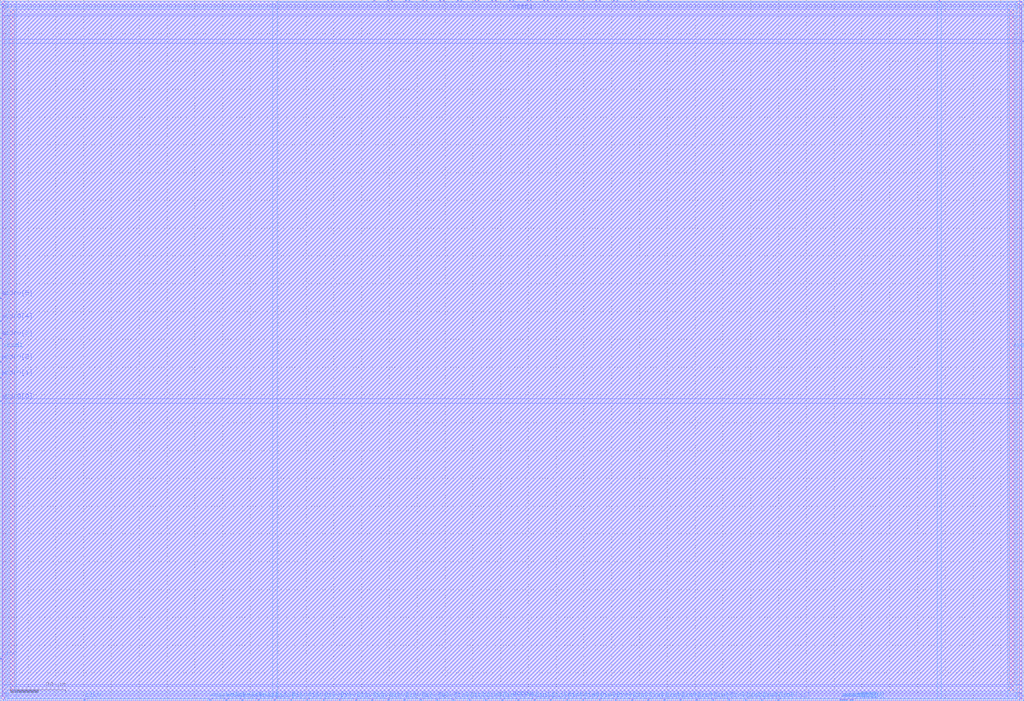
<source format=lef>
VERSION 5.4 ;
NAMESCASESENSITIVE ON ;
BUSBITCHARS "[]" ;
DIVIDERCHAR "/" ;

MACRO sky130_sram_1r1w0rw_32x64_8
   CLASS BLOCK ;
   SIZE 368.26 BY 252.18 ;
   SYMMETRY X Y R90 ;
   PIN din0[0]
      DIRECTION INPUT ;
      PORT
         LAYER met4 ;
         RECT  98.62 0.0 99.0 0.38 ;
      END
   END din0[0]
   PIN din0[1]
      DIRECTION INPUT ;
      PORT
         LAYER met4 ;
         RECT  104.46 0.0 104.84 0.38 ;
      END
   END din0[1]
   PIN din0[2]
      DIRECTION INPUT ;
      PORT
         LAYER met4 ;
         RECT  110.3 0.0 110.68 0.38 ;
      END
   END din0[2]
   PIN din0[3]
      DIRECTION INPUT ;
      PORT
         LAYER met4 ;
         RECT  116.14 0.0 116.52 0.38 ;
      END
   END din0[3]
   PIN din0[4]
      DIRECTION INPUT ;
      PORT
         LAYER met4 ;
         RECT  121.98 0.0 122.36 0.38 ;
      END
   END din0[4]
   PIN din0[5]
      DIRECTION INPUT ;
      PORT
         LAYER met4 ;
         RECT  127.82 0.0 128.2 0.38 ;
      END
   END din0[5]
   PIN din0[6]
      DIRECTION INPUT ;
      PORT
         LAYER met4 ;
         RECT  133.66 0.0 134.04 0.38 ;
      END
   END din0[6]
   PIN din0[7]
      DIRECTION INPUT ;
      PORT
         LAYER met4 ;
         RECT  139.5 0.0 139.88 0.38 ;
      END
   END din0[7]
   PIN din0[8]
      DIRECTION INPUT ;
      PORT
         LAYER met4 ;
         RECT  145.34 0.0 145.72 0.38 ;
      END
   END din0[8]
   PIN din0[9]
      DIRECTION INPUT ;
      PORT
         LAYER met4 ;
         RECT  151.18 0.0 151.56 0.38 ;
      END
   END din0[9]
   PIN din0[10]
      DIRECTION INPUT ;
      PORT
         LAYER met4 ;
         RECT  157.02 0.0 157.4 0.38 ;
      END
   END din0[10]
   PIN din0[11]
      DIRECTION INPUT ;
      PORT
         LAYER met4 ;
         RECT  162.86 0.0 163.24 0.38 ;
      END
   END din0[11]
   PIN din0[12]
      DIRECTION INPUT ;
      PORT
         LAYER met4 ;
         RECT  168.7 0.0 169.08 0.38 ;
      END
   END din0[12]
   PIN din0[13]
      DIRECTION INPUT ;
      PORT
         LAYER met4 ;
         RECT  174.54 0.0 174.92 0.38 ;
      END
   END din0[13]
   PIN din0[14]
      DIRECTION INPUT ;
      PORT
         LAYER met4 ;
         RECT  180.38 0.0 180.76 0.38 ;
      END
   END din0[14]
   PIN din0[15]
      DIRECTION INPUT ;
      PORT
         LAYER met4 ;
         RECT  186.22 0.0 186.6 0.38 ;
      END
   END din0[15]
   PIN din0[16]
      DIRECTION INPUT ;
      PORT
         LAYER met4 ;
         RECT  192.06 0.0 192.44 0.38 ;
      END
   END din0[16]
   PIN din0[17]
      DIRECTION INPUT ;
      PORT
         LAYER met4 ;
         RECT  197.9 0.0 198.28 0.38 ;
      END
   END din0[17]
   PIN din0[18]
      DIRECTION INPUT ;
      PORT
         LAYER met4 ;
         RECT  203.74 0.0 204.12 0.38 ;
      END
   END din0[18]
   PIN din0[19]
      DIRECTION INPUT ;
      PORT
         LAYER met4 ;
         RECT  209.58 0.0 209.96 0.38 ;
      END
   END din0[19]
   PIN din0[20]
      DIRECTION INPUT ;
      PORT
         LAYER met4 ;
         RECT  215.42 0.0 215.8 0.38 ;
      END
   END din0[20]
   PIN din0[21]
      DIRECTION INPUT ;
      PORT
         LAYER met4 ;
         RECT  221.26 0.0 221.64 0.38 ;
      END
   END din0[21]
   PIN din0[22]
      DIRECTION INPUT ;
      PORT
         LAYER met4 ;
         RECT  227.1 0.0 227.48 0.38 ;
      END
   END din0[22]
   PIN din0[23]
      DIRECTION INPUT ;
      PORT
         LAYER met4 ;
         RECT  232.94 0.0 233.32 0.38 ;
      END
   END din0[23]
   PIN din0[24]
      DIRECTION INPUT ;
      PORT
         LAYER met4 ;
         RECT  238.78 0.0 239.16 0.38 ;
      END
   END din0[24]
   PIN din0[25]
      DIRECTION INPUT ;
      PORT
         LAYER met4 ;
         RECT  244.62 0.0 245.0 0.38 ;
      END
   END din0[25]
   PIN din0[26]
      DIRECTION INPUT ;
      PORT
         LAYER met4 ;
         RECT  250.46 0.0 250.84 0.38 ;
      END
   END din0[26]
   PIN din0[27]
      DIRECTION INPUT ;
      PORT
         LAYER met4 ;
         RECT  256.3 0.0 256.68 0.38 ;
      END
   END din0[27]
   PIN din0[28]
      DIRECTION INPUT ;
      PORT
         LAYER met4 ;
         RECT  262.14 0.0 262.52 0.38 ;
      END
   END din0[28]
   PIN din0[29]
      DIRECTION INPUT ;
      PORT
         LAYER met4 ;
         RECT  267.98 0.0 268.36 0.38 ;
      END
   END din0[29]
   PIN din0[30]
      DIRECTION INPUT ;
      PORT
         LAYER met4 ;
         RECT  273.82 0.0 274.2 0.38 ;
      END
   END din0[30]
   PIN din0[31]
      DIRECTION INPUT ;
      PORT
         LAYER met4 ;
         RECT  279.66 0.0 280.04 0.38 ;
      END
   END din0[31]
   PIN addr0[0]
      DIRECTION INPUT ;
      PORT
         LAYER met3 ;
         RECT  0.0 107.58 0.38 107.96 ;
      END
   END addr0[0]
   PIN addr0[1]
      DIRECTION INPUT ;
      PORT
         LAYER met3 ;
         RECT  0.0 116.08 0.38 116.46 ;
      END
   END addr0[1]
   PIN addr0[2]
      DIRECTION INPUT ;
      PORT
         LAYER met3 ;
         RECT  0.0 121.72 0.38 122.1 ;
      END
   END addr0[2]
   PIN addr0[3]
      DIRECTION INPUT ;
      PORT
         LAYER met3 ;
         RECT  0.0 130.22 0.38 130.6 ;
      END
   END addr0[3]
   PIN addr0[4]
      DIRECTION INPUT ;
      PORT
         LAYER met3 ;
         RECT  0.0 136.275 0.38 136.655 ;
      END
   END addr0[4]
   PIN addr0[5]
      DIRECTION INPUT ;
      PORT
         LAYER met3 ;
         RECT  0.0 144.675 0.38 145.055 ;
      END
   END addr0[5]
   PIN addr1[0]
      DIRECTION INPUT ;
      PORT
         LAYER met4 ;
         RECT  306.53 0.0 306.91 0.38 ;
      END
   END addr1[0]
   PIN addr1[1]
      DIRECTION INPUT ;
      PORT
         LAYER met4 ;
         RECT  302.175 0.0 302.555 0.38 ;
      END
   END addr1[1]
   PIN addr1[2]
      DIRECTION INPUT ;
      PORT
         LAYER met4 ;
         RECT  305.84 0.0 306.22 0.38 ;
      END
   END addr1[2]
   PIN addr1[3]
      DIRECTION INPUT ;
      PORT
         LAYER met4 ;
         RECT  302.865 0.0 303.245 0.38 ;
      END
   END addr1[3]
   PIN addr1[4]
      DIRECTION INPUT ;
      PORT
         LAYER met4 ;
         RECT  303.555 0.0 303.935 0.38 ;
      END
   END addr1[4]
   PIN addr1[5]
      DIRECTION INPUT ;
      PORT
         LAYER met4 ;
         RECT  304.3 0.0 304.68 0.38 ;
      END
   END addr1[5]
   PIN csb0
      DIRECTION INPUT ;
      PORT
         LAYER met3 ;
         RECT  0.0 14.87 0.38 15.25 ;
      END
   END csb0
   PIN csb1
      DIRECTION INPUT ;
      PORT
         LAYER met3 ;
         RECT  367.88 237.075 368.26 237.455 ;
      END
   END csb1
   PIN clk0
      DIRECTION INPUT ;
      PORT
         LAYER met4 ;
         RECT  30.26 0.0 30.64 0.38 ;
      END
   END clk0
   PIN clk1
      DIRECTION INPUT ;
      PORT
         LAYER met4 ;
         RECT  337.62 251.8 338.0 252.18 ;
      END
   END clk1
   PIN wmask0[0]
      DIRECTION INPUT ;
      PORT
         LAYER met4 ;
         RECT  75.26 0.0 75.64 0.38 ;
      END
   END wmask0[0]
   PIN wmask0[1]
      DIRECTION INPUT ;
      PORT
         LAYER met4 ;
         RECT  81.1 0.0 81.48 0.38 ;
      END
   END wmask0[1]
   PIN wmask0[2]
      DIRECTION INPUT ;
      PORT
         LAYER met4 ;
         RECT  86.94 0.0 87.32 0.38 ;
      END
   END wmask0[2]
   PIN wmask0[3]
      DIRECTION INPUT ;
      PORT
         LAYER met4 ;
         RECT  92.78 0.0 93.16 0.38 ;
      END
   END wmask0[3]
   PIN dout1[0]
      DIRECTION OUTPUT ;
      PORT
         LAYER met4 ;
         RECT  134.445 251.8 134.825 252.18 ;
      END
   END dout1[0]
   PIN dout1[1]
      DIRECTION OUTPUT ;
      PORT
         LAYER met4 ;
         RECT  139.415 251.8 139.795 252.18 ;
      END
   END dout1[1]
   PIN dout1[2]
      DIRECTION OUTPUT ;
      PORT
         LAYER met4 ;
         RECT  140.685 251.8 141.065 252.18 ;
      END
   END dout1[2]
   PIN dout1[3]
      DIRECTION OUTPUT ;
      PORT
         LAYER met4 ;
         RECT  145.655 251.8 146.035 252.18 ;
      END
   END dout1[3]
   PIN dout1[4]
      DIRECTION OUTPUT ;
      PORT
         LAYER met4 ;
         RECT  146.925 251.8 147.305 252.18 ;
      END
   END dout1[4]
   PIN dout1[5]
      DIRECTION OUTPUT ;
      PORT
         LAYER met4 ;
         RECT  151.895 251.8 152.275 252.18 ;
      END
   END dout1[5]
   PIN dout1[6]
      DIRECTION OUTPUT ;
      PORT
         LAYER met4 ;
         RECT  153.165 251.8 153.545 252.18 ;
      END
   END dout1[6]
   PIN dout1[7]
      DIRECTION OUTPUT ;
      PORT
         LAYER met4 ;
         RECT  158.135 251.8 158.515 252.18 ;
      END
   END dout1[7]
   PIN dout1[8]
      DIRECTION OUTPUT ;
      PORT
         LAYER met4 ;
         RECT  159.405 251.8 159.785 252.18 ;
      END
   END dout1[8]
   PIN dout1[9]
      DIRECTION OUTPUT ;
      PORT
         LAYER met4 ;
         RECT  164.375 251.8 164.755 252.18 ;
      END
   END dout1[9]
   PIN dout1[10]
      DIRECTION OUTPUT ;
      PORT
         LAYER met4 ;
         RECT  165.645 251.8 166.025 252.18 ;
      END
   END dout1[10]
   PIN dout1[11]
      DIRECTION OUTPUT ;
      PORT
         LAYER met4 ;
         RECT  170.615 251.8 170.995 252.18 ;
      END
   END dout1[11]
   PIN dout1[12]
      DIRECTION OUTPUT ;
      PORT
         LAYER met4 ;
         RECT  171.885 251.8 172.265 252.18 ;
      END
   END dout1[12]
   PIN dout1[13]
      DIRECTION OUTPUT ;
      PORT
         LAYER met4 ;
         RECT  176.855 251.8 177.235 252.18 ;
      END
   END dout1[13]
   PIN dout1[14]
      DIRECTION OUTPUT ;
      PORT
         LAYER met4 ;
         RECT  178.125 251.8 178.505 252.18 ;
      END
   END dout1[14]
   PIN dout1[15]
      DIRECTION OUTPUT ;
      PORT
         LAYER met4 ;
         RECT  183.095 251.8 183.475 252.18 ;
      END
   END dout1[15]
   PIN dout1[16]
      DIRECTION OUTPUT ;
      PORT
         LAYER met4 ;
         RECT  184.365 251.8 184.745 252.18 ;
      END
   END dout1[16]
   PIN dout1[17]
      DIRECTION OUTPUT ;
      PORT
         LAYER met4 ;
         RECT  189.335 251.8 189.715 252.18 ;
      END
   END dout1[17]
   PIN dout1[18]
      DIRECTION OUTPUT ;
      PORT
         LAYER met4 ;
         RECT  190.605 251.8 190.985 252.18 ;
      END
   END dout1[18]
   PIN dout1[19]
      DIRECTION OUTPUT ;
      PORT
         LAYER met4 ;
         RECT  195.575 251.8 195.955 252.18 ;
      END
   END dout1[19]
   PIN dout1[20]
      DIRECTION OUTPUT ;
      PORT
         LAYER met4 ;
         RECT  196.845 251.8 197.225 252.18 ;
      END
   END dout1[20]
   PIN dout1[21]
      DIRECTION OUTPUT ;
      PORT
         LAYER met4 ;
         RECT  201.815 251.8 202.195 252.18 ;
      END
   END dout1[21]
   PIN dout1[22]
      DIRECTION OUTPUT ;
      PORT
         LAYER met4 ;
         RECT  203.085 251.8 203.465 252.18 ;
      END
   END dout1[22]
   PIN dout1[23]
      DIRECTION OUTPUT ;
      PORT
         LAYER met4 ;
         RECT  208.055 251.8 208.435 252.18 ;
      END
   END dout1[23]
   PIN dout1[24]
      DIRECTION OUTPUT ;
      PORT
         LAYER met4 ;
         RECT  209.325 251.8 209.705 252.18 ;
      END
   END dout1[24]
   PIN dout1[25]
      DIRECTION OUTPUT ;
      PORT
         LAYER met4 ;
         RECT  214.295 251.8 214.675 252.18 ;
      END
   END dout1[25]
   PIN dout1[26]
      DIRECTION OUTPUT ;
      PORT
         LAYER met4 ;
         RECT  215.565 251.8 215.945 252.18 ;
      END
   END dout1[26]
   PIN dout1[27]
      DIRECTION OUTPUT ;
      PORT
         LAYER met4 ;
         RECT  220.535 251.8 220.915 252.18 ;
      END
   END dout1[27]
   PIN dout1[28]
      DIRECTION OUTPUT ;
      PORT
         LAYER met4 ;
         RECT  221.805 251.8 222.185 252.18 ;
      END
   END dout1[28]
   PIN dout1[29]
      DIRECTION OUTPUT ;
      PORT
         LAYER met4 ;
         RECT  226.775 251.8 227.155 252.18 ;
      END
   END dout1[29]
   PIN dout1[30]
      DIRECTION OUTPUT ;
      PORT
         LAYER met4 ;
         RECT  228.045 251.8 228.425 252.18 ;
      END
   END dout1[30]
   PIN dout1[31]
      DIRECTION OUTPUT ;
      PORT
         LAYER met4 ;
         RECT  233.015 251.8 233.395 252.18 ;
      END
   END dout1[31]
   PIN vccd1
      DIRECTION INOUT ;
      USE POWER ; 
      SHAPE ABUTMENT ; 
      PORT
         LAYER met3 ;
         RECT  0.0 250.44 368.26 252.18 ;
         LAYER met3 ;
         RECT  0.0 0.0 368.26 1.74 ;
         LAYER met4 ;
         RECT  366.52 0.0 368.26 252.18 ;
         LAYER met4 ;
         RECT  0.0 0.0 1.74 252.18 ;
      END
   END vccd1
   PIN vssd1
      DIRECTION INOUT ;
      USE GROUND ; 
      SHAPE ABUTMENT ; 
      PORT
         LAYER met4 ;
         RECT  3.48 3.48 5.22 248.7 ;
         LAYER met3 ;
         RECT  3.48 3.48 364.78 5.22 ;
         LAYER met4 ;
         RECT  363.04 3.48 364.78 248.7 ;
         LAYER met3 ;
         RECT  3.48 246.96 364.78 248.7 ;
      END
   END vssd1
   OBS
   LAYER  met1 ;
      RECT  0.62 0.62 367.64 251.56 ;
   LAYER  met2 ;
      RECT  0.62 0.62 367.64 251.56 ;
   LAYER  met3 ;
      RECT  0.98 106.98 367.64 108.56 ;
      RECT  0.62 108.56 0.98 115.48 ;
      RECT  0.62 117.06 0.98 121.12 ;
      RECT  0.62 122.7 0.98 129.62 ;
      RECT  0.62 131.2 0.98 135.675 ;
      RECT  0.62 137.255 0.98 144.075 ;
      RECT  0.62 15.85 0.98 106.98 ;
      RECT  0.98 108.56 367.28 236.475 ;
      RECT  0.98 236.475 367.28 238.055 ;
      RECT  367.28 108.56 367.64 236.475 ;
      RECT  0.62 145.655 0.98 249.84 ;
      RECT  367.28 238.055 367.64 249.84 ;
      RECT  0.62 2.34 0.98 14.27 ;
      RECT  0.98 2.34 2.88 2.88 ;
      RECT  0.98 2.88 2.88 5.82 ;
      RECT  0.98 5.82 2.88 106.98 ;
      RECT  2.88 2.34 365.38 2.88 ;
      RECT  2.88 5.82 365.38 106.98 ;
      RECT  365.38 2.34 367.64 2.88 ;
      RECT  365.38 2.88 367.64 5.82 ;
      RECT  365.38 5.82 367.64 106.98 ;
      RECT  0.98 238.055 2.88 246.36 ;
      RECT  0.98 246.36 2.88 249.3 ;
      RECT  0.98 249.3 2.88 249.84 ;
      RECT  2.88 238.055 365.38 246.36 ;
      RECT  2.88 249.3 365.38 249.84 ;
      RECT  365.38 238.055 367.28 246.36 ;
      RECT  365.38 246.36 367.28 249.3 ;
      RECT  365.38 249.3 367.28 249.84 ;
   LAYER  met4 ;
      RECT  98.02 0.98 99.6 251.56 ;
      RECT  99.6 0.62 103.86 0.98 ;
      RECT  105.44 0.62 109.7 0.98 ;
      RECT  111.28 0.62 115.54 0.98 ;
      RECT  117.12 0.62 121.38 0.98 ;
      RECT  122.96 0.62 127.22 0.98 ;
      RECT  128.8 0.62 133.06 0.98 ;
      RECT  134.64 0.62 138.9 0.98 ;
      RECT  140.48 0.62 144.74 0.98 ;
      RECT  146.32 0.62 150.58 0.98 ;
      RECT  152.16 0.62 156.42 0.98 ;
      RECT  158.0 0.62 162.26 0.98 ;
      RECT  163.84 0.62 168.1 0.98 ;
      RECT  169.68 0.62 173.94 0.98 ;
      RECT  175.52 0.62 179.78 0.98 ;
      RECT  181.36 0.62 185.62 0.98 ;
      RECT  187.2 0.62 191.46 0.98 ;
      RECT  193.04 0.62 197.3 0.98 ;
      RECT  198.88 0.62 203.14 0.98 ;
      RECT  204.72 0.62 208.98 0.98 ;
      RECT  210.56 0.62 214.82 0.98 ;
      RECT  216.4 0.62 220.66 0.98 ;
      RECT  222.24 0.62 226.5 0.98 ;
      RECT  228.08 0.62 232.34 0.98 ;
      RECT  233.92 0.62 238.18 0.98 ;
      RECT  239.76 0.62 244.02 0.98 ;
      RECT  245.6 0.62 249.86 0.98 ;
      RECT  251.44 0.62 255.7 0.98 ;
      RECT  257.28 0.62 261.54 0.98 ;
      RECT  263.12 0.62 267.38 0.98 ;
      RECT  268.96 0.62 273.22 0.98 ;
      RECT  274.8 0.62 279.06 0.98 ;
      RECT  280.64 0.62 301.575 0.98 ;
      RECT  99.6 0.98 337.02 251.2 ;
      RECT  337.02 0.98 338.6 251.2 ;
      RECT  31.24 0.62 74.66 0.98 ;
      RECT  76.24 0.62 80.5 0.98 ;
      RECT  82.08 0.62 86.34 0.98 ;
      RECT  87.92 0.62 92.18 0.98 ;
      RECT  93.76 0.62 98.02 0.98 ;
      RECT  99.6 251.2 133.845 251.56 ;
      RECT  135.425 251.2 138.815 251.56 ;
      RECT  141.665 251.2 145.055 251.56 ;
      RECT  147.905 251.2 151.295 251.56 ;
      RECT  154.145 251.2 157.535 251.56 ;
      RECT  160.385 251.2 163.775 251.56 ;
      RECT  166.625 251.2 170.015 251.56 ;
      RECT  172.865 251.2 176.255 251.56 ;
      RECT  179.105 251.2 182.495 251.56 ;
      RECT  185.345 251.2 188.735 251.56 ;
      RECT  191.585 251.2 194.975 251.56 ;
      RECT  197.825 251.2 201.215 251.56 ;
      RECT  204.065 251.2 207.455 251.56 ;
      RECT  210.305 251.2 213.695 251.56 ;
      RECT  216.545 251.2 219.935 251.56 ;
      RECT  222.785 251.2 226.175 251.56 ;
      RECT  229.025 251.2 232.415 251.56 ;
      RECT  233.995 251.2 337.02 251.56 ;
      RECT  307.51 0.62 365.92 0.98 ;
      RECT  338.6 251.2 365.92 251.56 ;
      RECT  2.34 0.62 29.66 0.98 ;
      RECT  2.34 0.98 2.88 2.88 ;
      RECT  2.34 2.88 2.88 249.3 ;
      RECT  2.34 249.3 2.88 251.56 ;
      RECT  2.88 0.98 5.82 2.88 ;
      RECT  2.88 249.3 5.82 251.56 ;
      RECT  5.82 0.98 98.02 2.88 ;
      RECT  5.82 2.88 98.02 249.3 ;
      RECT  5.82 249.3 98.02 251.56 ;
      RECT  338.6 0.98 362.44 2.88 ;
      RECT  338.6 2.88 362.44 249.3 ;
      RECT  338.6 249.3 362.44 251.2 ;
      RECT  362.44 0.98 365.38 2.88 ;
      RECT  362.44 249.3 365.38 251.2 ;
      RECT  365.38 0.98 365.92 2.88 ;
      RECT  365.38 2.88 365.92 249.3 ;
      RECT  365.38 249.3 365.92 251.2 ;
   END
END    sky130_sram_1r1w0rw_32x64_8
END    LIBRARY

</source>
